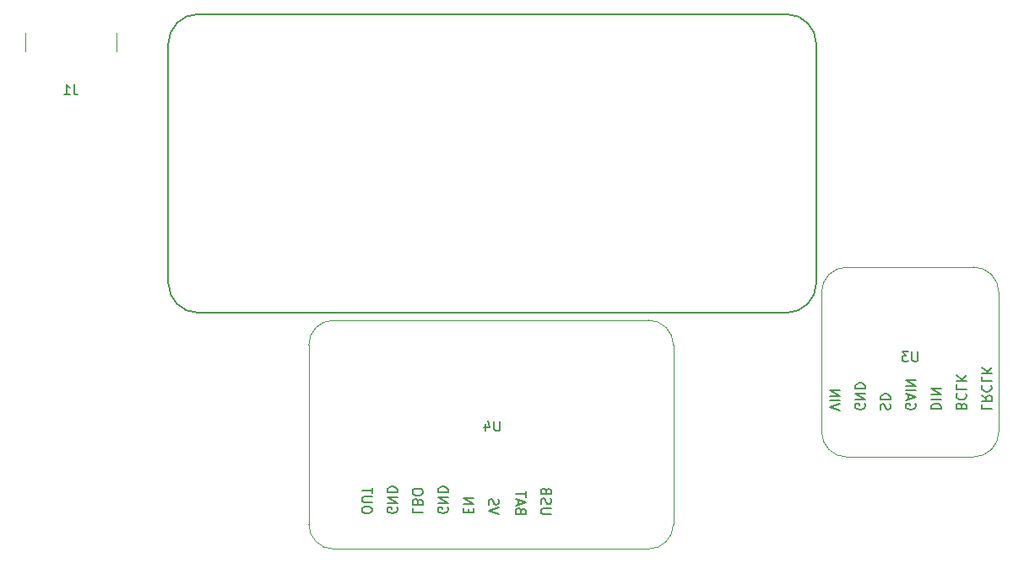
<source format=gbr>
%TF.GenerationSoftware,KiCad,Pcbnew,(6.0.2)*%
%TF.CreationDate,2022-04-12T00:42:21+02:00*%
%TF.ProjectId,raspi_game,72617370-695f-4676-916d-652e6b696361,rev?*%
%TF.SameCoordinates,Original*%
%TF.FileFunction,Legend,Bot*%
%TF.FilePolarity,Positive*%
%FSLAX46Y46*%
G04 Gerber Fmt 4.6, Leading zero omitted, Abs format (unit mm)*
G04 Created by KiCad (PCBNEW (6.0.2)) date 2022-04-12 00:42:21*
%MOMM*%
%LPD*%
G01*
G04 APERTURE LIST*
%ADD10C,0.150000*%
%ADD11C,0.127000*%
%ADD12C,0.120000*%
G04 APERTURE END LIST*
D10*
%TO.C,U4*%
X134111904Y-105632380D02*
X134111904Y-106441904D01*
X134064285Y-106537142D01*
X134016666Y-106584761D01*
X133921428Y-106632380D01*
X133730952Y-106632380D01*
X133635714Y-106584761D01*
X133588095Y-106537142D01*
X133540476Y-106441904D01*
X133540476Y-105632380D01*
X132635714Y-105965714D02*
X132635714Y-106632380D01*
X132873809Y-105584761D02*
X133111904Y-106299047D01*
X132492857Y-106299047D01*
X121273819Y-114662928D02*
X121273819Y-114472452D01*
X121226200Y-114377214D01*
X121130961Y-114281976D01*
X120940485Y-114234357D01*
X120607152Y-114234357D01*
X120416676Y-114281976D01*
X120321438Y-114377214D01*
X120273819Y-114472452D01*
X120273819Y-114662928D01*
X120321438Y-114758166D01*
X120416676Y-114853404D01*
X120607152Y-114901023D01*
X120940485Y-114901023D01*
X121130961Y-114853404D01*
X121226200Y-114758166D01*
X121273819Y-114662928D01*
X121273819Y-113805785D02*
X120464295Y-113805785D01*
X120369057Y-113758166D01*
X120321438Y-113710547D01*
X120273819Y-113615309D01*
X120273819Y-113424833D01*
X120321438Y-113329595D01*
X120369057Y-113281976D01*
X120464295Y-113234357D01*
X121273819Y-113234357D01*
X121273819Y-112901023D02*
X121273819Y-112329595D01*
X120273819Y-112615309D02*
X121273819Y-112615309D01*
X125353819Y-114377214D02*
X125353819Y-114853404D01*
X126353819Y-114853404D01*
X125877628Y-113710547D02*
X125830009Y-113567690D01*
X125782390Y-113520071D01*
X125687152Y-113472452D01*
X125544295Y-113472452D01*
X125449057Y-113520071D01*
X125401438Y-113567690D01*
X125353819Y-113662928D01*
X125353819Y-114043880D01*
X126353819Y-114043880D01*
X126353819Y-113710547D01*
X126306200Y-113615309D01*
X126258580Y-113567690D01*
X126163342Y-113520071D01*
X126068104Y-113520071D01*
X125972866Y-113567690D01*
X125925247Y-113615309D01*
X125877628Y-113710547D01*
X125877628Y-114043880D01*
X126353819Y-112853404D02*
X126353819Y-112662928D01*
X126306200Y-112567690D01*
X126210961Y-112472452D01*
X126020485Y-112424833D01*
X125687152Y-112424833D01*
X125496676Y-112472452D01*
X125401438Y-112567690D01*
X125353819Y-112662928D01*
X125353819Y-112853404D01*
X125401438Y-112948642D01*
X125496676Y-113043880D01*
X125687152Y-113091500D01*
X126020485Y-113091500D01*
X126210961Y-113043880D01*
X126306200Y-112948642D01*
X126353819Y-112853404D01*
X123766200Y-114329595D02*
X123813819Y-114424833D01*
X123813819Y-114567690D01*
X123766200Y-114710547D01*
X123670961Y-114805785D01*
X123575723Y-114853404D01*
X123385247Y-114901023D01*
X123242390Y-114901023D01*
X123051914Y-114853404D01*
X122956676Y-114805785D01*
X122861438Y-114710547D01*
X122813819Y-114567690D01*
X122813819Y-114472452D01*
X122861438Y-114329595D01*
X122909057Y-114281976D01*
X123242390Y-114281976D01*
X123242390Y-114472452D01*
X122813819Y-113853404D02*
X123813819Y-113853404D01*
X122813819Y-113281976D01*
X123813819Y-113281976D01*
X122813819Y-112805785D02*
X123813819Y-112805785D01*
X123813819Y-112567690D01*
X123766200Y-112424833D01*
X123670961Y-112329595D01*
X123575723Y-112281976D01*
X123385247Y-112234357D01*
X123242390Y-112234357D01*
X123051914Y-112281976D01*
X122956676Y-112329595D01*
X122861438Y-112424833D01*
X122813819Y-112567690D01*
X122813819Y-112805785D01*
X130957628Y-114853404D02*
X130957628Y-114520071D01*
X130433819Y-114377214D02*
X130433819Y-114853404D01*
X131433819Y-114853404D01*
X131433819Y-114377214D01*
X130433819Y-113948642D02*
X131433819Y-113948642D01*
X130433819Y-113377214D01*
X131433819Y-113377214D01*
X133973819Y-114996261D02*
X132973819Y-114662928D01*
X133973819Y-114329595D01*
X133021438Y-114043880D02*
X132973819Y-113901023D01*
X132973819Y-113662928D01*
X133021438Y-113567690D01*
X133069057Y-113520071D01*
X133164295Y-113472452D01*
X133259533Y-113472452D01*
X133354771Y-113520071D01*
X133402390Y-113567690D01*
X133450009Y-113662928D01*
X133497628Y-113853404D01*
X133545247Y-113948642D01*
X133592866Y-113996261D01*
X133688104Y-114043880D01*
X133783342Y-114043880D01*
X133878580Y-113996261D01*
X133926200Y-113948642D01*
X133973819Y-113853404D01*
X133973819Y-113615309D01*
X133926200Y-113472452D01*
X139231619Y-114980404D02*
X138422095Y-114980404D01*
X138326857Y-114932785D01*
X138279238Y-114885166D01*
X138231619Y-114789928D01*
X138231619Y-114599452D01*
X138279238Y-114504214D01*
X138326857Y-114456595D01*
X138422095Y-114408976D01*
X139231619Y-114408976D01*
X138279238Y-113980404D02*
X138231619Y-113837547D01*
X138231619Y-113599452D01*
X138279238Y-113504214D01*
X138326857Y-113456595D01*
X138422095Y-113408976D01*
X138517333Y-113408976D01*
X138612571Y-113456595D01*
X138660190Y-113504214D01*
X138707809Y-113599452D01*
X138755428Y-113789928D01*
X138803047Y-113885166D01*
X138850666Y-113932785D01*
X138945904Y-113980404D01*
X139041142Y-113980404D01*
X139136380Y-113932785D01*
X139184000Y-113885166D01*
X139231619Y-113789928D01*
X139231619Y-113551833D01*
X139184000Y-113408976D01*
X138755428Y-112647071D02*
X138707809Y-112504214D01*
X138660190Y-112456595D01*
X138564952Y-112408976D01*
X138422095Y-112408976D01*
X138326857Y-112456595D01*
X138279238Y-112504214D01*
X138231619Y-112599452D01*
X138231619Y-112980404D01*
X139231619Y-112980404D01*
X139231619Y-112647071D01*
X139184000Y-112551833D01*
X139136380Y-112504214D01*
X139041142Y-112456595D01*
X138945904Y-112456595D01*
X138850666Y-112504214D01*
X138803047Y-112551833D01*
X138755428Y-112647071D01*
X138755428Y-112980404D01*
X128846200Y-114329595D02*
X128893819Y-114424833D01*
X128893819Y-114567690D01*
X128846200Y-114710547D01*
X128750961Y-114805785D01*
X128655723Y-114853404D01*
X128465247Y-114901023D01*
X128322390Y-114901023D01*
X128131914Y-114853404D01*
X128036676Y-114805785D01*
X127941438Y-114710547D01*
X127893819Y-114567690D01*
X127893819Y-114472452D01*
X127941438Y-114329595D01*
X127989057Y-114281976D01*
X128322390Y-114281976D01*
X128322390Y-114472452D01*
X127893819Y-113853404D02*
X128893819Y-113853404D01*
X127893819Y-113281976D01*
X128893819Y-113281976D01*
X127893819Y-112805785D02*
X128893819Y-112805785D01*
X128893819Y-112567690D01*
X128846200Y-112424833D01*
X128750961Y-112329595D01*
X128655723Y-112281976D01*
X128465247Y-112234357D01*
X128322390Y-112234357D01*
X128131914Y-112281976D01*
X128036676Y-112329595D01*
X127941438Y-112424833D01*
X127893819Y-112567690D01*
X127893819Y-112805785D01*
X136215428Y-114647071D02*
X136167809Y-114504214D01*
X136120190Y-114456595D01*
X136024952Y-114408976D01*
X135882095Y-114408976D01*
X135786857Y-114456595D01*
X135739238Y-114504214D01*
X135691619Y-114599452D01*
X135691619Y-114980404D01*
X136691619Y-114980404D01*
X136691619Y-114647071D01*
X136644000Y-114551833D01*
X136596380Y-114504214D01*
X136501142Y-114456595D01*
X136405904Y-114456595D01*
X136310666Y-114504214D01*
X136263047Y-114551833D01*
X136215428Y-114647071D01*
X136215428Y-114980404D01*
X135977333Y-114028023D02*
X135977333Y-113551833D01*
X135691619Y-114123261D02*
X136691619Y-113789928D01*
X135691619Y-113456595D01*
X136691619Y-113266119D02*
X136691619Y-112694690D01*
X135691619Y-112980404D02*
X136691619Y-112980404D01*
%TO.C,U3*%
X176021904Y-98647380D02*
X176021904Y-99456904D01*
X175974285Y-99552142D01*
X175926666Y-99599761D01*
X175831428Y-99647380D01*
X175640952Y-99647380D01*
X175545714Y-99599761D01*
X175498095Y-99552142D01*
X175450476Y-99456904D01*
X175450476Y-98647380D01*
X175069523Y-98647380D02*
X174450476Y-98647380D01*
X174783809Y-99028333D01*
X174640952Y-99028333D01*
X174545714Y-99075952D01*
X174498095Y-99123571D01*
X174450476Y-99218809D01*
X174450476Y-99456904D01*
X174498095Y-99552142D01*
X174545714Y-99599761D01*
X174640952Y-99647380D01*
X174926666Y-99647380D01*
X175021904Y-99599761D01*
X175069523Y-99552142D01*
X175760000Y-103915595D02*
X175807619Y-104010833D01*
X175807619Y-104153690D01*
X175760000Y-104296547D01*
X175664761Y-104391785D01*
X175569523Y-104439404D01*
X175379047Y-104487023D01*
X175236190Y-104487023D01*
X175045714Y-104439404D01*
X174950476Y-104391785D01*
X174855238Y-104296547D01*
X174807619Y-104153690D01*
X174807619Y-104058452D01*
X174855238Y-103915595D01*
X174902857Y-103867976D01*
X175236190Y-103867976D01*
X175236190Y-104058452D01*
X175093333Y-103487023D02*
X175093333Y-103010833D01*
X174807619Y-103582261D02*
X175807619Y-103248928D01*
X174807619Y-102915595D01*
X174807619Y-102582261D02*
X175807619Y-102582261D01*
X174807619Y-102106071D02*
X175807619Y-102106071D01*
X174807619Y-101534642D01*
X175807619Y-101534642D01*
X182427619Y-103963214D02*
X182427619Y-104439404D01*
X183427619Y-104439404D01*
X182427619Y-103058452D02*
X182903809Y-103391785D01*
X182427619Y-103629880D02*
X183427619Y-103629880D01*
X183427619Y-103248928D01*
X183380000Y-103153690D01*
X183332380Y-103106071D01*
X183237142Y-103058452D01*
X183094285Y-103058452D01*
X182999047Y-103106071D01*
X182951428Y-103153690D01*
X182903809Y-103248928D01*
X182903809Y-103629880D01*
X182522857Y-102058452D02*
X182475238Y-102106071D01*
X182427619Y-102248928D01*
X182427619Y-102344166D01*
X182475238Y-102487023D01*
X182570476Y-102582261D01*
X182665714Y-102629880D01*
X182856190Y-102677500D01*
X182999047Y-102677500D01*
X183189523Y-102629880D01*
X183284761Y-102582261D01*
X183380000Y-102487023D01*
X183427619Y-102344166D01*
X183427619Y-102248928D01*
X183380000Y-102106071D01*
X183332380Y-102058452D01*
X182427619Y-101153690D02*
X182427619Y-101629880D01*
X183427619Y-101629880D01*
X182427619Y-100820357D02*
X183427619Y-100820357D01*
X182427619Y-100248928D02*
X182999047Y-100677500D01*
X183427619Y-100248928D02*
X182856190Y-100820357D01*
X172315238Y-104487023D02*
X172267619Y-104344166D01*
X172267619Y-104106071D01*
X172315238Y-104010833D01*
X172362857Y-103963214D01*
X172458095Y-103915595D01*
X172553333Y-103915595D01*
X172648571Y-103963214D01*
X172696190Y-104010833D01*
X172743809Y-104106071D01*
X172791428Y-104296547D01*
X172839047Y-104391785D01*
X172886666Y-104439404D01*
X172981904Y-104487023D01*
X173077142Y-104487023D01*
X173172380Y-104439404D01*
X173220000Y-104391785D01*
X173267619Y-104296547D01*
X173267619Y-104058452D01*
X173220000Y-103915595D01*
X172267619Y-103487023D02*
X173267619Y-103487023D01*
X173267619Y-103248928D01*
X173220000Y-103106071D01*
X173124761Y-103010833D01*
X173029523Y-102963214D01*
X172839047Y-102915595D01*
X172696190Y-102915595D01*
X172505714Y-102963214D01*
X172410476Y-103010833D01*
X172315238Y-103106071D01*
X172267619Y-103248928D01*
X172267619Y-103487023D01*
X177347619Y-104439404D02*
X178347619Y-104439404D01*
X178347619Y-104201309D01*
X178300000Y-104058452D01*
X178204761Y-103963214D01*
X178109523Y-103915595D01*
X177919047Y-103867976D01*
X177776190Y-103867976D01*
X177585714Y-103915595D01*
X177490476Y-103963214D01*
X177395238Y-104058452D01*
X177347619Y-104201309D01*
X177347619Y-104439404D01*
X177347619Y-103439404D02*
X178347619Y-103439404D01*
X177347619Y-102963214D02*
X178347619Y-102963214D01*
X177347619Y-102391785D01*
X178347619Y-102391785D01*
X170680000Y-103915595D02*
X170727619Y-104010833D01*
X170727619Y-104153690D01*
X170680000Y-104296547D01*
X170584761Y-104391785D01*
X170489523Y-104439404D01*
X170299047Y-104487023D01*
X170156190Y-104487023D01*
X169965714Y-104439404D01*
X169870476Y-104391785D01*
X169775238Y-104296547D01*
X169727619Y-104153690D01*
X169727619Y-104058452D01*
X169775238Y-103915595D01*
X169822857Y-103867976D01*
X170156190Y-103867976D01*
X170156190Y-104058452D01*
X169727619Y-103439404D02*
X170727619Y-103439404D01*
X169727619Y-102867976D01*
X170727619Y-102867976D01*
X169727619Y-102391785D02*
X170727619Y-102391785D01*
X170727619Y-102153690D01*
X170680000Y-102010833D01*
X170584761Y-101915595D01*
X170489523Y-101867976D01*
X170299047Y-101820357D01*
X170156190Y-101820357D01*
X169965714Y-101867976D01*
X169870476Y-101915595D01*
X169775238Y-102010833D01*
X169727619Y-102153690D01*
X169727619Y-102391785D01*
X180411428Y-104106071D02*
X180363809Y-103963214D01*
X180316190Y-103915595D01*
X180220952Y-103867976D01*
X180078095Y-103867976D01*
X179982857Y-103915595D01*
X179935238Y-103963214D01*
X179887619Y-104058452D01*
X179887619Y-104439404D01*
X180887619Y-104439404D01*
X180887619Y-104106071D01*
X180840000Y-104010833D01*
X180792380Y-103963214D01*
X180697142Y-103915595D01*
X180601904Y-103915595D01*
X180506666Y-103963214D01*
X180459047Y-104010833D01*
X180411428Y-104106071D01*
X180411428Y-104439404D01*
X179982857Y-102867976D02*
X179935238Y-102915595D01*
X179887619Y-103058452D01*
X179887619Y-103153690D01*
X179935238Y-103296547D01*
X180030476Y-103391785D01*
X180125714Y-103439404D01*
X180316190Y-103487023D01*
X180459047Y-103487023D01*
X180649523Y-103439404D01*
X180744761Y-103391785D01*
X180840000Y-103296547D01*
X180887619Y-103153690D01*
X180887619Y-103058452D01*
X180840000Y-102915595D01*
X180792380Y-102867976D01*
X179887619Y-101963214D02*
X179887619Y-102439404D01*
X180887619Y-102439404D01*
X179887619Y-101629880D02*
X180887619Y-101629880D01*
X179887619Y-101058452D02*
X180459047Y-101487023D01*
X180887619Y-101058452D02*
X180316190Y-101629880D01*
X168187619Y-104582261D02*
X167187619Y-104248928D01*
X168187619Y-103915595D01*
X167187619Y-103582261D02*
X168187619Y-103582261D01*
X167187619Y-103106071D02*
X168187619Y-103106071D01*
X167187619Y-102534642D01*
X168187619Y-102534642D01*
%TO.C,J1*%
X91392333Y-71842380D02*
X91392333Y-72556666D01*
X91439952Y-72699523D01*
X91535190Y-72794761D01*
X91678047Y-72842380D01*
X91773285Y-72842380D01*
X90392333Y-72842380D02*
X90963761Y-72842380D01*
X90678047Y-72842380D02*
X90678047Y-71842380D01*
X90773285Y-71985238D01*
X90868523Y-72080476D01*
X90963761Y-72128095D01*
D11*
%TO.C,A1*%
X165850000Y-67760000D02*
X165850000Y-91760000D01*
X100850000Y-91760000D02*
X100850000Y-67760000D01*
X128950000Y-94760000D02*
X120600000Y-94760000D01*
X116350000Y-94760000D02*
X108000000Y-94760000D01*
X103850000Y-64760000D02*
X162850000Y-64760000D01*
X162850000Y-94760000D02*
X103850000Y-94760000D01*
X162850000Y-94760000D02*
G75*
G03*
X165850000Y-91760000I-1J3000001D01*
G01*
X165850000Y-67760000D02*
G75*
G03*
X162850000Y-64760000I-3000001J-1D01*
G01*
X100850000Y-91760000D02*
G75*
G03*
X103850000Y-94760000I3000001J1D01*
G01*
X103850000Y-64760000D02*
G75*
G03*
X100850000Y-67760000I1J-3000001D01*
G01*
D12*
%TO.C,U4*%
X149011000Y-118491000D02*
X117435000Y-118491000D01*
X114935000Y-115991000D02*
X114935000Y-98004000D01*
X149011000Y-95504000D02*
X117435000Y-95504000D01*
X151511000Y-98004000D02*
X151511000Y-115991000D01*
X114935000Y-115991000D02*
G75*
G03*
X117435000Y-118491000I2500000J0D01*
G01*
X117435000Y-95504000D02*
G75*
G03*
X114935000Y-98004000I0J-2500000D01*
G01*
X149011000Y-118491000D02*
G75*
G03*
X151511000Y-115991000I0J2500000D01*
G01*
X151511000Y-98004000D02*
G75*
G03*
X149011000Y-95504000I-2500000J0D01*
G01*
%TO.C,U3*%
X166370000Y-106680000D02*
X166370000Y-92710000D01*
X184150000Y-106680000D02*
X184150000Y-92710000D01*
X181610000Y-90170000D02*
X168910000Y-90170000D01*
X181610000Y-109245400D02*
X168910000Y-109245400D01*
X168910000Y-90170000D02*
G75*
G03*
X166370000Y-92710000I1J-2540001D01*
G01*
X166370000Y-106705400D02*
G75*
G03*
X168910000Y-109245400I2540001J1D01*
G01*
X184150000Y-92710000D02*
G75*
G03*
X181610000Y-90170000I-2540004J-4D01*
G01*
X181610000Y-109245400D02*
G75*
G03*
X184150000Y-106705400I-4J2540004D01*
G01*
%TO.C,J1*%
X95639000Y-66605000D02*
X95639000Y-68525000D01*
X86479000Y-68525000D02*
X86479000Y-66605000D01*
%TD*%
M02*

</source>
